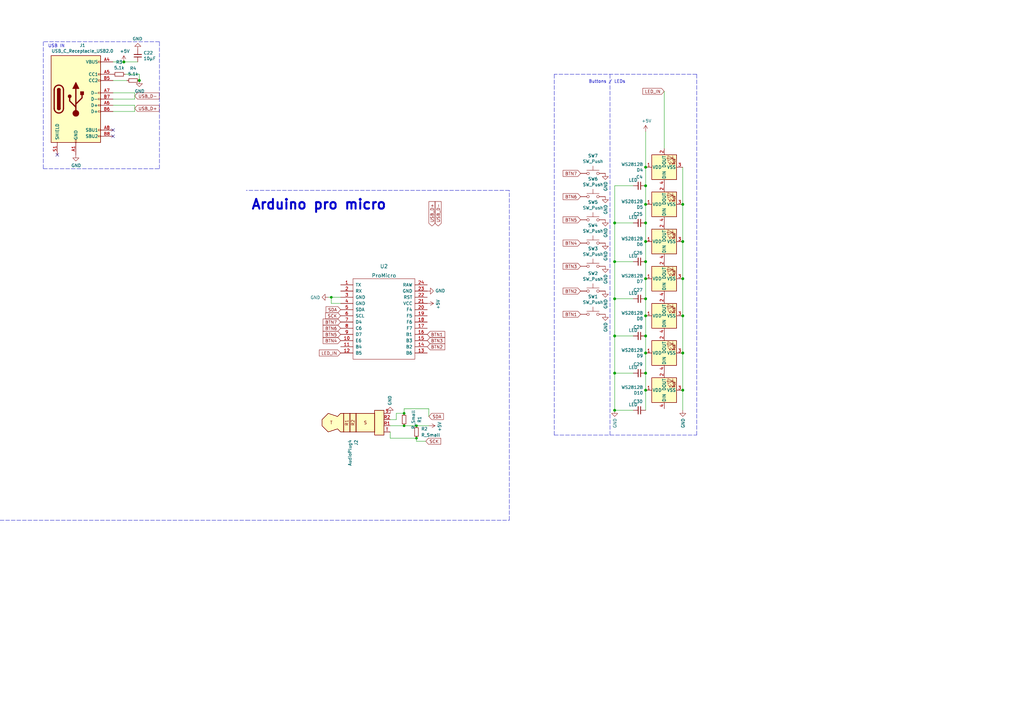
<source format=kicad_sch>
(kicad_sch (version 20211123) (generator eeschema)
  (paper "A3")
  (lib_symbols
    (symbol "Connector:AudioPlug4"
      (property "Reference" "J" (at 10.16 5.08 0))
      (property "Value" "AudioPlug4" (at 11.43 -7.62 0))
      (symbol "AudioPlug4_0_0"
        (text "R1" (at -2.54 -1.27 900) (effects (font (size 1.27 1.27))))
        (text "R2" (at 0 -1.27 900) (effects (font (size 1.27 1.27))))
        (text "S" (at 5.08 -1.27 0) (effects (font (size 1.27 1.27))))
        (text "T" (at -8.89 -1.27 0) (effects (font (size 1.27 1.27))))
      )
      (symbol "AudioPlug4_0_1"
        (rectangle (start -1.27 2.54) (end -3.81 -5.08) (stroke (width 0.254)) (fill (type background)))
        (polyline (pts (xy -3.81 2.54) (xy -5.08 2.54) (xy -6.35 1.27) (xy -10.16 2.54) (xy -12.7 0) (xy -12.7 -2.54) (xy -10.16 -5.08) (xy -6.35 -3.81) (xy -5.08 -5.08) (xy -3.81 -5.08) (xy -3.81 2.54)) (stroke (width 0.254)) (fill (type background)))
        (rectangle (start 1.27 2.54) (end -1.27 -5.08) (stroke (width 0.254)) (fill (type background)))
        (rectangle (start 1.27 2.54) (end 8.89 -5.08) (stroke (width 0.254)) (fill (type background)))
        (rectangle (start 12.7 3.81) (end 8.89 -6.35) (stroke (width 0.254)) (fill (type background)))
      )
      (symbol "AudioPlug4_1_1"
        (pin passive line (at 15.24 -2.54 180) (length 2.54) (name "~") (number "R1"))
        (pin passive line (at 15.24 0 180) (length 2.54) (name "~") (number "R2"))
        (pin passive line (at 15.24 2.54 180) (length 2.54) (name "~") (number "S"))
        (pin passive line (at 15.24 -5.08 180) (length 2.54) (name "~") (number "T"))
      )
    )
    (symbol "Device:C_Small" (pin_numbers hide) (pin_names (offset 0.254) hide)
      (property "Reference" "C" (at 0.254 1.778 0))
      (property "Value" "C_Small" (at 0.254 -2.032 0))
      (symbol "C_Small_0_1"
        (polyline (pts (xy -1.524 -0.508) (xy 1.524 -0.508)) (stroke (width 0.3302)))
        (polyline (pts (xy -1.524 0.508) (xy 1.524 0.508)) (stroke (width 0.3048)))
      )
      (symbol "C_Small_1_1"
        (pin passive line (at 0 2.54 270) (length 2.032) (name "~") (number "1"))
        (pin passive line (at 0 -2.54 90) (length 2.032) (name "~") (number "2"))
      )
    )
    (symbol "Device:R_Small" (pin_numbers hide) (pin_names (offset 0.254) hide)
      (property "Reference" "R" (at 0.762 0.508 0))
      (property "Value" "R_Small" (at 0.762 -1.016 0))
      (symbol "R_Small_0_1"
        (rectangle (start -0.762 1.778) (end 0.762 -1.778) (stroke (width 0.2032)))
      )
      (symbol "R_Small_1_1"
        (pin passive line (at 0 2.54 270) (length 0.762) (name "~") (number "1"))
        (pin passive line (at 0 -2.54 90) (length 0.762) (name "~") (number "2"))
      )
    )
    (symbol "LED:WS2812B" (pin_names (offset 0.254))
      (property "Reference" "D" (at 5.08 5.715 0))
      (property "Value" "WS2812B" (at 1.27 -5.715 0))
      (symbol "WS2812B_0_0"
        (text "RGB" (at 2.286 -4.191 0) (effects (font (size 0.762 0.762))))
      )
      (symbol "WS2812B_0_1"
        (polyline (pts (xy 1.27 -3.556) (xy 1.778 -3.556)))
        (polyline (pts (xy 1.27 -2.54) (xy 1.778 -2.54)))
        (polyline (pts (xy 4.699 -3.556) (xy 2.667 -3.556)))
        (polyline (pts (xy 2.286 -2.54) (xy 1.27 -3.556) (xy 1.27 -3.048)))
        (polyline (pts (xy 2.286 -1.524) (xy 1.27 -2.54) (xy 1.27 -2.032)))
        (polyline (pts (xy 3.683 -1.016) (xy 3.683 -3.556) (xy 3.683 -4.064)))
        (polyline (pts (xy 4.699 -1.524) (xy 2.667 -1.524) (xy 3.683 -3.556) (xy 4.699 -1.524)))
        (rectangle (start 5.08 5.08) (end -5.08 -5.08) (stroke (width 0.254)) (fill (type background)))
      )
      (symbol "WS2812B_1_1"
        (pin power_in line (at 0 7.62 270) (length 2.54) (name "VDD") (number "1"))
        (pin output line (at 7.62 0 180) (length 2.54) (name "DOUT") (number "2"))
        (pin power_in line (at 0 -7.62 90) (length 2.54) (name "VSS") (number "3"))
        (pin input line (at -7.62 0 0) (length 2.54) (name "DIN") (number "4"))
      )
    )
    (symbol "MyLib:USB_C_Receptacle_USB2.0" (pin_names (offset 1.016))
      (property "Reference" "J" (at -10.16 19.05 0))
      (property "Value" "USB_C_Receptacle_USB2.0" (at 19.05 19.05 0))
      (symbol "USB_C_Receptacle_USB2.0_0_0"
        (rectangle (start -0.254 -17.78) (end 0.254 -16.764))
        (rectangle (start 10.16 -14.986) (end 9.144 -15.494))
        (rectangle (start 10.16 -12.446) (end 9.144 -12.954))
        (rectangle (start 10.16 -4.826) (end 9.144 -5.334))
        (rectangle (start 10.16 -2.286) (end 9.144 -2.794))
        (rectangle (start 10.16 0.254) (end 9.144 -0.254))
        (rectangle (start 10.16 2.794) (end 9.144 2.286))
        (rectangle (start 10.16 7.874) (end 9.144 7.366))
        (rectangle (start 10.16 10.414) (end 9.144 9.906))
        (rectangle (start 10.16 15.494) (end 9.144 14.986))
      )
      (symbol "USB_C_Receptacle_USB2.0_0_1"
        (rectangle (start -10.16 17.78) (end 10.16 -17.78) (stroke (width 0.254)) (fill (type background)))
        (arc (start -8.89 -3.81) (mid -6.985 -5.715) (end -5.08 -3.81) (stroke (width 0.508)))
        (arc (start -7.62 -3.81) (mid -6.985 -4.445) (end -6.35 -3.81) (stroke (width 0.254)))
        (arc (start -7.62 -3.81) (mid -6.985 -4.445) (end -6.35 -3.81) (stroke (width 0.254)) (fill (type outline)))
        (rectangle (start -7.62 -3.81) (end -6.35 3.81) (stroke (width 0.254)) (fill (type outline)))
        (arc (start -6.35 3.81) (mid -6.985 4.445) (end -7.62 3.81) (stroke (width 0.254)))
        (arc (start -6.35 3.81) (mid -6.985 4.445) (end -7.62 3.81) (stroke (width 0.254)) (fill (type outline)))
        (arc (start -5.08 3.81) (mid -6.985 5.715) (end -8.89 3.81) (stroke (width 0.508)))
        (circle (center -2.54 1.143) (radius 0.635) (stroke (width 0.254)) (fill (type outline)))
        (circle (center 0 -5.842) (radius 1.27) (fill (type outline)))
        (polyline (pts (xy -8.89 -3.81) (xy -8.89 3.81)) (stroke (width 0.508)))
        (polyline (pts (xy -5.08 3.81) (xy -5.08 -3.81)) (stroke (width 0.508)))
        (polyline (pts (xy 0 -5.842) (xy 0 4.318)) (stroke (width 0.508)))
        (polyline (pts (xy 0 -3.302) (xy -2.54 -0.762) (xy -2.54 0.508)) (stroke (width 0.508)))
        (polyline (pts (xy 0 -2.032) (xy 2.54 0.508) (xy 2.54 1.778)) (stroke (width 0.508)))
        (polyline (pts (xy -1.27 4.318) (xy 0 6.858) (xy 1.27 4.318) (xy -1.27 4.318)) (stroke (width 0.254)) (fill (type outline)))
        (rectangle (start 1.905 1.778) (end 3.175 3.048) (stroke (width 0.254)) (fill (type outline)))
      )
      (symbol "USB_C_Receptacle_USB2.0_1_1"
        (pin power_out line (at 0 -22.86 90) (length 5.08) (name "GND") (number "A1"))
        (pin power_out line (at 15.24 15.24 180) (length 5.08) (name "VBUS") (number "A4"))
        (pin bidirectional line (at 15.24 10.16 180) (length 5.08) (name "CC1") (number "A5"))
        (pin bidirectional line (at 15.24 -2.54 180) (length 5.08) (name "D+") (number "A6"))
        (pin bidirectional line (at 15.24 2.54 180) (length 5.08) (name "D-") (number "A7"))
        (pin bidirectional line (at 15.24 -12.7 180) (length 5.08) (name "SBU1") (number "A8"))
        (pin bidirectional line (at 15.24 7.62 180) (length 5.08) (name "CC2") (number "B5"))
        (pin bidirectional line (at 15.24 -5.08 180) (length 5.08) (name "D+") (number "B6"))
        (pin bidirectional line (at 15.24 0 180) (length 5.08) (name "D-") (number "B7"))
        (pin bidirectional line (at 15.24 -15.24 180) (length 5.08) (name "SBU2") (number "B8"))
        (pin passive line (at -7.62 -22.86 90) (length 5.08) (name "SHIELD") (number "S1"))
      )
    )
    (symbol "Switch:SW_Push" (pin_numbers hide) (pin_names (offset 1.016) hide)
      (property "Reference" "SW" (at 1.27 2.54 0))
      (property "Value" "SW_Push" (at 0 -1.524 0))
      (symbol "SW_Push_0_1"
        (circle (center -2.032 0) (radius 0.508))
        (polyline (pts (xy 0 1.27) (xy 0 3.048)))
        (polyline (pts (xy 2.54 1.27) (xy -2.54 1.27)))
        (circle (center 2.032 0) (radius 0.508))
        (pin passive line (at -5.08 0 0) (length 2.54) (name "1") (number "1"))
        (pin passive line (at 5.08 0 180) (length 2.54) (name "2") (number "2"))
      )
    )
    (symbol "power:+5V" (power) (pin_names (offset 0))
      (property "Value" "+5V" (at 0 3.556 0))
      (symbol "+5V_0_1"
        (polyline (pts (xy -0.762 1.27) (xy 0 2.54)))
        (polyline (pts (xy 0 0) (xy 0 2.54)))
        (polyline (pts (xy 0 2.54) (xy 0.762 1.27)))
      )
      (symbol "+5V_1_1"
        (pin power_in line (at 0 0 90) (length 0) hide (name "+5V") (number "1"))
      )
    )
    (symbol "power:GND" (power) (pin_names (offset 0))
      (property "Value" "GND" (at 0 -3.81 0))
      (symbol "GND_0_1"
        (polyline (pts (xy 0 0) (xy 0 -1.27) (xy 1.27 -1.27) (xy 0 -2.54) (xy -1.27 -1.27) (xy 0 -1.27)))
      )
      (symbol "GND_1_1"
        (pin power_in line (at 0 0 270) (length 0) hide (name "GND") (number "1"))
      )
    )
    (symbol "promicro:ProMicro" (pin_names (offset 1.016))
      (property "Reference" "U" (at 0 24.13 0))
      (property "Value" "ProMicro" (at 0 -13.97 0))
      (symbol "ProMicro_0_1"
        (rectangle (start -12.7 21.59) (end 12.7 -11.43))
      )
      (symbol "ProMicro_1_1"
        (pin bidirectional line (at -17.78 19.05 0) (length 5.08) (name "TX") (number "1"))
        (pin bidirectional line (at -17.78 -3.81 0) (length 5.08) (name "E6") (number "10"))
        (pin bidirectional line (at -17.78 -6.35 0) (length 5.08) (name "B4") (number "11"))
        (pin bidirectional line (at -17.78 -8.89 0) (length 5.08) (name "B5") (number "12"))
        (pin bidirectional line (at 17.78 -8.89 180) (length 5.08) (name "B6") (number "13"))
        (pin bidirectional line (at 17.78 -6.35 180) (length 5.08) (name "B2") (number "14"))
        (pin bidirectional line (at 17.78 -3.81 180) (length 5.08) (name "B3") (number "15"))
        (pin bidirectional line (at 17.78 -1.27 180) (length 5.08) (name "B1") (number "16"))
        (pin bidirectional line (at 17.78 1.27 180) (length 5.08) (name "F7") (number "17"))
        (pin bidirectional line (at 17.78 3.81 180) (length 5.08) (name "F6") (number "18"))
        (pin bidirectional line (at 17.78 6.35 180) (length 5.08) (name "F5") (number "19"))
        (pin bidirectional line (at -17.78 16.51 0) (length 5.08) (name "RX") (number "2"))
        (pin bidirectional line (at 17.78 8.89 180) (length 5.08) (name "F4") (number "20"))
        (pin power_in line (at 17.78 11.43 180) (length 5.08) (name "VCC") (number "21"))
        (pin input line (at 17.78 13.97 180) (length 5.08) (name "RST") (number "22"))
        (pin power_in line (at 17.78 16.51 180) (length 5.08) (name "GND") (number "23"))
        (pin power_out line (at 17.78 19.05 180) (length 5.08) (name "RAW") (number "24"))
        (pin power_in line (at -17.78 13.97 0) (length 5.08) (name "GND") (number "3"))
        (pin power_in line (at -17.78 11.43 0) (length 5.08) (name "GND") (number "4"))
        (pin bidirectional line (at -17.78 8.89 0) (length 5.08) (name "SDA") (number "5"))
        (pin bidirectional line (at -17.78 6.35 0) (length 5.08) (name "SCL") (number "6"))
        (pin bidirectional line (at -17.78 3.81 0) (length 5.08) (name "D4") (number "7"))
        (pin bidirectional line (at -17.78 1.27 0) (length 5.08) (name "C6") (number "8"))
        (pin bidirectional line (at -17.78 -1.27 0) (length 5.08) (name "D7") (number "9"))
      )
    )
  )
  (junction (at 135.89 121.92))
  (junction (at 50.8 25.4) (diameter 1.016))
  (junction (at 264.795 83.82) (diameter 1.016))
  (junction (at 252.095 153.035) (diameter 1.016))
  (junction (at 165.735 174.625))
  (junction (at 264.795 122.555) (diameter 1.016))
  (junction (at 280.035 129.54) (diameter 1.016))
  (junction (at 280.035 160.02) (diameter 1.016))
  (junction (at 252.095 91.44) (diameter 1.016))
  (junction (at 252.095 137.795) (diameter 1.016))
  (junction (at 264.795 76.2) (diameter 1.016))
  (junction (at 264.795 129.54) (diameter 1.016))
  (junction (at 264.795 68.58) (diameter 1.016))
  (junction (at 57.15 33.02) (diameter 1.016))
  (junction (at 170.815 174.625))
  (junction (at 264.795 160.02) (diameter 1.016))
  (junction (at 280.035 99.06) (diameter 1.016))
  (junction (at 264.795 153.035) (diameter 1.016))
  (junction (at 264.795 144.78) (diameter 1.016))
  (junction (at 165.735 169.545))
  (junction (at 280.035 114.3) (diameter 1.016))
  (junction (at 280.035 83.82) (diameter 1.016))
  (junction (at 264.795 99.06) (diameter 1.016))
  (junction (at 252.095 168.275) (diameter 1.016))
  (junction (at 264.795 114.3) (diameter 1.016))
  (junction (at 252.095 122.555) (diameter 1.016))
  (junction (at 264.795 107.315) (diameter 1.016))
  (junction (at 170.815 179.705))
  (junction (at 264.795 137.795) (diameter 1.016))
  (junction (at 252.095 107.315) (diameter 1.016))
  (junction (at 264.795 91.44) (diameter 1.016))
  (junction (at 280.035 144.78) (diameter 1.016))
  (no_connect (at 23.495 63.5))
  (no_connect (at 46.355 53.34))
  (no_connect (at 46.355 55.88))
  (polyline (pts (xy 250.19 30.48) (xy 250.19 178.435)) (stroke (width 0) (type dash)))
  (wire (pts (xy 259.715 122.555) (xy 252.095 122.555)))
  (wire (pts (xy 46.355 43.18) (xy 55.245 43.18)))
  (wire (pts (xy 55.245 43.18) (xy 55.245 45.72)))
  (wire (pts (xy 252.095 168.275) (xy 259.715 168.275)))
  (wire (pts (xy 46.355 40.64) (xy 55.245 40.64)))
  (wire (pts (xy 280.035 114.3) (xy 280.035 129.54)))
  (wire (pts (xy 259.715 91.44) (xy 252.095 91.44)))
  (wire (pts (xy 280.035 99.06) (xy 280.035 114.3)))
  (wire (pts (xy 280.035 160.02) (xy 280.035 168.275)))
  (wire (pts (xy 55.245 38.1) (xy 55.245 40.64)))
  (wire (pts (xy 252.095 91.44) (xy 252.095 76.2)))
  (wire (pts (xy 252.095 107.315) (xy 252.095 91.44)))
  (wire (pts (xy 252.095 122.555) (xy 252.095 107.315)))
  (wire (pts (xy 252.095 137.795) (xy 252.095 122.555)))
  (wire (pts (xy 252.095 153.035) (xy 252.095 137.795)))
  (wire (pts (xy 259.715 153.035) (xy 252.095 153.035)))
  (wire (pts (xy 160.02 174.625) (xy 165.735 174.625)))
  (wire (pts (xy 264.795 129.54) (xy 264.795 137.795)))
  (wire (pts (xy 264.795 137.795) (xy 264.795 144.78)))
  (polyline (pts (xy 65.405 17.145) (xy 17.78 17.145)) (stroke (width 0) (type dash)))
  (wire (pts (xy 252.095 153.035) (xy 252.095 168.275)))
  (wire (pts (xy 162.56 172.085) (xy 162.56 169.545)))
  (polyline (pts (xy -34.29 213.36) (xy 100.965 213.36)) (stroke (width 0) (type dash)))
  (polyline (pts (xy 100.965 213.36) (xy 208.915 213.36)) (stroke (width 0) (type dash)))
  (polyline (pts (xy 208.915 78.105) (xy 100.965 78.105)) (stroke (width 0) (type dash)))
  (polyline (pts (xy 208.915 213.36) (xy 208.915 78.105)) (stroke (width 0) (type dash)))
  (wire (pts (xy 162.56 169.545) (xy 165.735 169.545)))
  (polyline (pts (xy 65.405 69.215) (xy 65.405 17.145)) (stroke (width 0) (type dash)))
  (wire (pts (xy 134.62 121.92) (xy 135.89 121.92)))
  (wire (pts (xy 280.035 68.58) (xy 280.035 83.82)))
  (wire (pts (xy 165.735 167.64) (xy 165.735 169.545)))
  (wire (pts (xy 160.02 179.705) (xy 160.02 177.165)))
  (wire (pts (xy 57.15 30.48) (xy 57.15 33.02)))
  (wire (pts (xy 264.795 144.78) (xy 264.795 153.035)))
  (wire (pts (xy 264.795 153.035) (xy 264.795 160.02)))
  (polyline (pts (xy 17.78 17.145) (xy 17.78 69.215)) (stroke (width 0) (type dash)))
  (wire (pts (xy 280.035 144.78) (xy 280.035 160.02)))
  (wire (pts (xy 259.715 76.2) (xy 252.095 76.2)))
  (wire (pts (xy 264.795 53.975) (xy 264.795 68.58)))
  (wire (pts (xy 264.795 68.58) (xy 264.795 76.2)))
  (wire (pts (xy 264.795 76.2) (xy 264.795 83.82)))
  (wire (pts (xy 135.89 121.92) (xy 139.7 121.92)))
  (wire (pts (xy 264.795 83.82) (xy 264.795 91.44)))
  (wire (pts (xy 264.795 91.44) (xy 264.795 99.06)))
  (wire (pts (xy 46.355 45.72) (xy 55.245 45.72)))
  (wire (pts (xy 272.415 37.465) (xy 272.415 60.96)))
  (wire (pts (xy 46.355 25.4) (xy 50.8 25.4)))
  (wire (pts (xy 264.795 99.06) (xy 264.795 107.315)))
  (wire (pts (xy 264.795 107.315) (xy 264.795 114.3)))
  (wire (pts (xy 264.795 114.3) (xy 264.795 122.555)))
  (wire (pts (xy 264.795 122.555) (xy 264.795 129.54)))
  (wire (pts (xy 170.815 174.625) (xy 175.895 174.625)))
  (wire (pts (xy 280.035 129.54) (xy 280.035 144.78)))
  (wire (pts (xy 280.035 83.82) (xy 280.035 99.06)))
  (polyline (pts (xy 227.33 30.48) (xy 227.33 178.435)) (stroke (width 0) (type dash)))
  (polyline (pts (xy 227.33 178.435) (xy 285.75 178.435)) (stroke (width 0) (type dash)))
  (polyline (pts (xy 285.75 30.48) (xy 227.33 30.48)) (stroke (width 0) (type dash)))
  (polyline (pts (xy 285.75 178.435) (xy 285.75 30.48)) (stroke (width 0) (type dash)))
  (wire (pts (xy 259.715 107.315) (xy 252.095 107.315)))
  (wire (pts (xy 259.715 137.795) (xy 252.095 137.795)))
  (wire (pts (xy 165.735 174.625) (xy 170.815 174.625)))
  (wire (pts (xy 175.895 167.64) (xy 165.735 167.64)))
  (wire (pts (xy 51.435 30.48) (xy 57.15 30.48)))
  (wire (pts (xy 135.89 124.46) (xy 135.89 121.92)))
  (polyline (pts (xy 17.78 69.215) (xy 65.405 69.215)) (stroke (width 0) (type dash)))
  (wire (pts (xy 139.7 124.46) (xy 135.89 124.46)))
  (wire (pts (xy 170.815 180.975) (xy 170.815 179.705)))
  (wire (pts (xy 160.02 172.085) (xy 162.56 172.085)))
  (wire (pts (xy 50.8 25.4) (xy 56.515 25.4)))
  (wire (pts (xy 46.355 38.1) (xy 55.245 38.1)))
  (wire (pts (xy 174.625 180.975) (xy 170.815 180.975)))
  (wire (pts (xy 46.355 33.02) (xy 52.07 33.02)))
  (wire (pts (xy 175.895 170.815) (xy 175.895 167.64)))
  (wire (pts (xy 170.815 179.705) (xy 160.02 179.705)))
  (wire (pts (xy 264.795 160.02) (xy 264.795 168.275)))
  (text "USB IN" (at 19.685 19.685 0) (effects (font (size 1.27 1.27)) (justify left bottom)))
  (text "Buttons / LEDs" (at 256.54 34.29 180) (effects (font (size 1.27 1.27)) (justify right bottom)))
  (text "Arduino pro micro" (at 158.75 86.36 180) (effects (font (size 4 4) (thickness 0.8) bold) (justify right bottom)))
  (global_label "BTN1" (shape input) (at 175.26 137.16 0) (property "Intersheet References" "${INTERSHEET_REFS}" (effects hide)))
  (global_label "SDA" (shape input) (at 139.7 127 180) (property "Intersheet References" "${INTERSHEET_REFS}" (effects hide)))
  (global_label "USB_D-" (shape input) (at 55.245 39.37 0) (property "Intersheet References" "${INTERSHEET_REFS}" (effects hide)))
  (global_label "BTN6" (shape input) (at 238.125 80.645 180) (property "Intersheet References" "${INTERSHEET_REFS}" (effects hide)))
  (global_label "USB_D+" (shape input) (at 177.165 92.71 90) (property "Intersheet References" "${INTERSHEET_REFS}" (effects hide)))
  (global_label "LED_IN" (shape input) (at 272.415 37.465 180) (property "Intersheet References" "${INTERSHEET_REFS}" (effects hide)))
  (global_label "BTN3" (shape input) (at 175.26 139.7 0) (property "Intersheet References" "${INTERSHEET_REFS}" (effects hide)))
  (global_label "USB_D-" (shape input) (at 179.705 92.71 90) (property "Intersheet References" "${INTERSHEET_REFS}" (effects hide)))
  (global_label "BTN7" (shape input) (at 238.125 71.12 180) (property "Intersheet References" "${INTERSHEET_REFS}" (effects hide)))
  (global_label "SCK" (shape input) (at 139.7 129.54 180) (property "Intersheet References" "${INTERSHEET_REFS}" (effects hide)))
  (global_label "BTN5" (shape input) (at 139.7 137.16 180) (property "Intersheet References" "${INTERSHEET_REFS}" (effects hide)))
  (global_label "BTN7" (shape input) (at 139.7 132.08 180) (property "Intersheet References" "${INTERSHEET_REFS}" (effects hide)))
  (global_label "BTN1" (shape input) (at 238.125 128.905 180) (property "Intersheet References" "${INTERSHEET_REFS}" (effects hide)))
  (global_label "BTN4" (shape input) (at 238.125 99.695 180) (property "Intersheet References" "${INTERSHEET_REFS}" (effects hide)))
  (global_label "BTN2" (shape input) (at 175.26 142.24 0) (property "Intersheet References" "${INTERSHEET_REFS}" (effects hide)))
  (global_label "BTN4" (shape input) (at 139.7 139.7 180) (property "Intersheet References" "${INTERSHEET_REFS}" (effects hide)))
  (global_label "USB_D+" (shape input) (at 55.245 44.45 0) (property "Intersheet References" "${INTERSHEET_REFS}" (effects hide)))
  (global_label "BTN6" (shape input) (at 139.7 134.62 180) (property "Intersheet References" "${INTERSHEET_REFS}" (effects hide)))
  (global_label "LED_IN" (shape input) (at 139.7 144.78 180) (property "Intersheet References" "${INTERSHEET_REFS}" (effects hide)))
  (global_label "BTN5" (shape input) (at 238.125 90.17 180) (property "Intersheet References" "${INTERSHEET_REFS}" (effects hide)))
  (global_label "BTN3" (shape input) (at 238.125 109.22 180) (property "Intersheet References" "${INTERSHEET_REFS}" (effects hide)))
  (global_label "BTN2" (shape input) (at 238.125 119.38 180) (property "Intersheet References" "${INTERSHEET_REFS}" (effects hide)))
  (global_label "SDA" (shape input) (at 175.895 170.815 0) (property "Intersheet References" "${INTERSHEET_REFS}" (effects hide)))
  (global_label "SCK" (shape input) (at 174.625 180.975 0) (property "Intersheet References" "${INTERSHEET_REFS}" (effects hide)))
  (symbol (lib_id "MyLib:USB_C_Receptacle_USB2.0") (at 31.115 40.64 0) (unit 1)
    (property "Reference" "J1" (at 33.8328 18.6182 0))
    (property "Value" "USB_C_Receptacle_USB2.0" (at 33.8328 20.9296 0))
    (property "Footprint" "SamacSys_Parts:SS52400002" (effects hide))
    (property "Datasheet" "https://www.usb.org/sites/default/files/documents/usb_type-c.zip" (effects hide))
  )
  (symbol (lib_id "Device:C_Small") (at 56.515 22.86 180) (unit 1)
    (property "Reference" "C22" (at 58.8518 21.6916 0) (effects (justify right)))
    (property "Value" "10µF" (at 58.8518 24.003 0) (effects (justify right)))
    (property "Footprint" "Capacitor_SMD:C_0805_2012Metric_Pad1.18x1.45mm_HandSolder" (effects hide))
  )
  (symbol (lib_id "power:GND") (at 56.515 20.32 180) (unit 1)
    (property "Reference" "#PWR08" (effects hide))
    (property "Value" "GND" (at 56.388 15.9258 0))
  )
  (symbol (lib_id "power:+5V") (at 50.8 25.4 0) (unit 1)
    (property "Reference" "#PWR07" (effects hide))
    (property "Value" "+5V" (at 51.181 21.0058 0))
  )
  (symbol (lib_id "power:GND") (at 31.115 63.5 0) (unit 1)
    (property "Reference" "#PWR03" (effects hide))
    (property "Value" "GND" (at 31.242 67.8942 0))
  )
  (symbol (lib_id "Device:R_Small") (at 48.895 30.48 90) (unit 1)
    (property "Reference" "R3" (at 48.895 25.5016 90))
    (property "Value" "5.1k" (at 48.895 27.813 90))
    (property "Footprint" "Resistor_SMD:R_0603_1608Metric_Pad0.98x0.95mm_HandSolder" (effects hide))
  )
  (symbol (lib_id "Device:R_Small") (at 54.61 33.02 90) (unit 1)
    (property "Reference" "R4" (at 54.61 28.0416 90))
    (property "Value" "5.1k" (at 54.61 30.353 90))
    (property "Footprint" "Resistor_SMD:R_0603_1608Metric_Pad0.98x0.95mm_HandSolder" (effects hide))
  )
  (symbol (lib_id "power:GND") (at 57.15 33.02 0) (unit 1)
    (property "Reference" "#PWR09" (effects hide))
    (property "Value" "GND" (at 57.277 37.4142 0))
  )
  (symbol (lib_id "Switch:SW_Push") (at 243.205 90.17 0) (unit 1)
    (property "Reference" "SW5" (at 243.205 82.931 0))
    (property "Value" "SW_Push" (at 243.205 85.2424 0))
    (property "Footprint" "schematic:SW_PG1350" (effects hide))
  )
  (symbol (lib_id "Switch:SW_Push") (at 243.205 99.695 0) (unit 1)
    (property "Reference" "SW4" (at 243.205 92.456 0))
    (property "Value" "SW_Push" (at 243.205 94.7674 0))
    (property "Footprint" "schematic:SW_PG1350" (effects hide))
  )
  (symbol (lib_id "Switch:SW_Push") (at 243.205 109.22 0) (unit 1)
    (property "Reference" "SW3" (at 243.205 101.981 0))
    (property "Value" "SW_Push" (at 243.205 104.2924 0))
    (property "Footprint" "schematic:SW_PG1350" (effects hide))
  )
  (symbol (lib_id "Switch:SW_Push") (at 243.205 119.38 0) (unit 1)
    (property "Reference" "SW2" (at 243.205 112.141 0))
    (property "Value" "SW_Push" (at 243.205 114.4524 0))
    (property "Footprint" "schematic:SW_PG1350" (effects hide))
  )
  (symbol (lib_id "Switch:SW_Push") (at 243.205 128.905 0) (unit 1)
    (property "Reference" "SW1" (at 243.205 121.666 0))
    (property "Value" "SW_Push" (at 243.205 123.9774 0))
    (property "Footprint" "schematic:SW_PG1350" (effects hide))
  )
  (symbol (lib_id "LED:WS2812B") (at 272.415 114.3 90) (unit 1)
    (property "Reference" "D7" (at 263.7789 115.4494 90) (effects (justify left)))
    (property "Value" "WS2812B" (at 263.7789 113.1507 90) (effects (justify left)))
    (property "Footprint" "LED_SMD:LED_WS2812B_PLCC4_2.2x2.2mm" (effects hide))
    (property "Datasheet" "https://cdn-shop.adafruit.com/datasheets/WS2812B.pdf" (effects hide))
  )
  (symbol (lib_id "power:+5V") (at 175.26 124.46 270) (unit 1)
    (property "Reference" "#PWR0111" (effects hide))
    (property "Value" "+5V" (at 179.6542 124.841 0))
  )
  (symbol (lib_id "power:GND") (at 252.095 168.275 0) (unit 1)
    (property "Reference" "#PWR0108" (effects hide))
    (property "Value" "GND" (at 252.222 171.5262 90) (effects (justify right)))
  )
  (symbol (lib_id "Device:C_Small") (at 262.255 137.795 270) (unit 1)
    (property "Reference" "C28" (at 263.627 134.188 90) (effects (justify right)))
    (property "Value" "LED" (at 261.493 135.458 90) (effects (justify right)))
    (property "Footprint" "Capacitor_SMD:C_0603_1608Metric_Pad1.08x0.95mm_HandSolder" (effects hide))
  )
  (symbol (lib_id "Device:C_Small") (at 262.255 153.035 270) (unit 1)
    (property "Reference" "C29" (at 263.627 149.428 90) (effects (justify right)))
    (property "Value" "LED" (at 261.493 150.698 90) (effects (justify right)))
    (property "Footprint" "Capacitor_SMD:C_0603_1608Metric_Pad1.08x0.95mm_HandSolder" (effects hide))
  )
  (symbol (lib_id "LED:WS2812B") (at 272.415 129.54 90) (unit 1)
    (property "Reference" "D8" (at 263.7789 130.6894 90) (effects (justify left)))
    (property "Value" "WS2812B" (at 263.7789 128.3907 90) (effects (justify left)))
    (property "Footprint" "LED_SMD:LED_WS2812B_PLCC4_2.2x2.2mm" (effects hide))
    (property "Datasheet" "https://cdn-shop.adafruit.com/datasheets/WS2812B.pdf" (effects hide))
  )
  (symbol (lib_id "power:GND") (at 248.285 71.12 0) (unit 1)
    (property "Reference" "#PWR0104" (effects hide))
    (property "Value" "GND" (at 248.412 74.3712 90) (effects (justify right)))
  )
  (symbol (lib_id "power:+5V") (at 175.895 174.625 270) (unit 1)
    (property "Reference" "#PWR0113" (effects hide))
    (property "Value" "+5V" (at 180.2892 175.006 0))
  )
  (symbol (lib_id "Device:C_Small") (at 262.255 107.315 270) (unit 1)
    (property "Reference" "C26" (at 263.627 103.708 90) (effects (justify right)))
    (property "Value" "LED" (at 261.493 104.978 90) (effects (justify right)))
    (property "Footprint" "Capacitor_SMD:C_0603_1608Metric_Pad1.08x0.95mm_HandSolder" (effects hide))
  )
  (symbol (lib_id "power:GND") (at 248.285 99.695 0) (unit 1)
    (property "Reference" "#PWR0106" (effects hide))
    (property "Value" "GND" (at 248.412 102.9462 90) (effects (justify right)))
  )
  (symbol (lib_id "Device:C_Small") (at 262.255 76.2 270) (unit 1)
    (property "Reference" "C4" (at 263.627 72.593 90) (effects (justify right)))
    (property "Value" "LED" (at 261.493 73.863 90) (effects (justify right)))
    (property "Footprint" "Capacitor_SMD:C_0603_1608Metric_Pad1.08x0.95mm_HandSolder" (effects hide))
  )
  (symbol (lib_id "power:GND") (at 175.26 119.38 90) (unit 1)
    (property "Reference" "#PWR0110" (effects hide))
    (property "Value" "GND" (at 178.5112 119.253 90) (effects (justify right)))
  )
  (symbol (lib_id "LED:WS2812B") (at 272.415 99.06 90) (unit 1)
    (property "Reference" "D6" (at 263.7789 100.2094 90) (effects (justify left)))
    (property "Value" "WS2812B" (at 263.7789 97.9107 90) (effects (justify left)))
    (property "Footprint" "LED_SMD:LED_WS2812B_PLCC4_2.2x2.2mm" (effects hide))
    (property "Datasheet" "https://cdn-shop.adafruit.com/datasheets/WS2812B.pdf" (effects hide))
  )
  (symbol (lib_id "Device:R_Small") (at 165.735 172.085 180) (unit 1)
    (property "Reference" "R1" (at 172.085 172.085 90))
    (property "Value" "R_Small" (at 169.545 172.085 90))
    (property "Footprint" "Resistor_SMD:R_0603_1608Metric_Pad0.98x0.95mm_HandSolder" (effects hide))
  )
  (symbol (lib_id "power:GND") (at 248.285 80.645 0) (unit 1)
    (property "Reference" "#PWR0102" (effects hide))
    (property "Value" "GND" (at 248.412 83.8962 90) (effects (justify right)))
  )
  (symbol (lib_id "power:GND") (at 248.285 109.22 0) (unit 1)
    (property "Reference" "#PWR0105" (effects hide))
    (property "Value" "GND" (at 248.412 112.4712 90) (effects (justify right)))
  )
  (symbol (lib_id "Device:C_Small") (at 262.255 91.44 270) (unit 1)
    (property "Reference" "C25" (at 263.627 87.833 90) (effects (justify right)))
    (property "Value" "LED" (at 261.493 89.103 90) (effects (justify right)))
    (property "Footprint" "Capacitor_SMD:C_0603_1608Metric_Pad1.08x0.95mm_HandSolder" (effects hide))
  )
  (symbol (lib_id "power:GND") (at 248.285 128.905 0) (unit 1)
    (property "Reference" "#PWR030" (effects hide))
    (property "Value" "GND" (at 248.412 132.1562 90) (effects (justify right)))
  )
  (symbol (lib_id "power:GND") (at 248.285 119.38 0) (unit 1)
    (property "Reference" "#PWR0107" (effects hide))
    (property "Value" "GND" (at 248.412 122.6312 90) (effects (justify right)))
  )
  (symbol (lib_id "power:GND") (at 134.62 121.92 270) (unit 1)
    (property "Reference" "#PWR0123" (effects hide))
    (property "Value" "GND" (at 131.3688 122.047 90) (effects (justify right)))
  )
  (symbol (lib_id "power:GND") (at 160.02 169.545 180) (unit 1)
    (property "Reference" "#PWR0112" (effects hide))
    (property "Value" "GND" (at 159.893 166.2938 90) (effects (justify right)))
  )
  (symbol (lib_id "Switch:SW_Push") (at 243.205 80.645 0) (unit 1)
    (property "Reference" "SW6" (at 243.205 73.406 0))
    (property "Value" "SW_Push" (at 243.205 75.7174 0))
    (property "Footprint" "schematic:SW_PG1350" (effects hide))
  )
  (symbol (lib_id "Device:C_Small") (at 262.255 122.555 270) (unit 1)
    (property "Reference" "C27" (at 263.627 118.948 90) (effects (justify right)))
    (property "Value" "LED" (at 261.493 120.218 90) (effects (justify right)))
    (property "Footprint" "Capacitor_SMD:C_0603_1608Metric_Pad1.08x0.95mm_HandSolder" (effects hide))
  )
  (symbol (lib_id "LED:WS2812B") (at 272.415 144.78 90) (unit 1)
    (property "Reference" "D9" (at 263.7789 145.9294 90) (effects (justify left)))
    (property "Value" "WS2812B" (at 263.7789 143.6307 90) (effects (justify left)))
    (property "Footprint" "LED_SMD:LED_WS2812B_PLCC4_2.2x2.2mm" (effects hide))
    (property "Datasheet" "https://cdn-shop.adafruit.com/datasheets/WS2812B.pdf" (effects hide))
  )
  (symbol (lib_id "LED:WS2812B") (at 272.415 83.82 90) (unit 1)
    (property "Reference" "D5" (at 263.7789 84.9694 90) (effects (justify left)))
    (property "Value" "WS2812B" (at 263.7789 82.6707 90) (effects (justify left)))
    (property "Footprint" "LED_SMD:LED_WS2812B_PLCC4_2.2x2.2mm" (effects hide))
    (property "Datasheet" "https://cdn-shop.adafruit.com/datasheets/WS2812B.pdf" (effects hide))
  )
  (symbol (lib_id "Connector:AudioPlug4") (at 144.78 172.085 0) (unit 1)
    (property "Reference" "J2" (at 146.0501 180.34 90) (effects (justify right)))
    (property "Value" "AudioPlug4" (at 143.5101 180.34 90) (effects (justify right)))
    (property "Footprint" "Connector_Audio:Jack_3.5mm_PJ320D_Horizontal" (effects hide))
  )
  (symbol (lib_id "power:GND") (at 280.035 168.275 0) (unit 1)
    (property "Reference" "#PWR0109" (effects hide))
    (property "Value" "GND" (at 280.162 171.5262 90) (effects (justify right)))
  )
  (symbol (lib_id "Device:C_Small") (at 262.255 168.275 270) (unit 1)
    (property "Reference" "C30" (at 263.627 164.668 90) (effects (justify right)))
    (property "Value" "LED" (at 261.493 165.938 90) (effects (justify right)))
    (property "Footprint" "Capacitor_SMD:C_0603_1608Metric_Pad1.08x0.95mm_HandSolder" (effects hide))
  )
  (symbol (lib_id "power:+5V") (at 264.795 53.975 0) (unit 1)
    (property "Reference" "#PWR0101" (effects hide))
    (property "Value" "+5V" (at 265.176 49.5808 0))
  )
  (symbol (lib_id "Device:R_Small") (at 170.815 177.165 180) (unit 1)
    (property "Reference" "R2" (at 172.72 175.8949 0) (effects (justify right)))
    (property "Value" "R_Small" (at 172.72 178.4349 0) (effects (justify right)))
    (property "Footprint" "Resistor_SMD:R_0603_1608Metric_Pad0.98x0.95mm_HandSolder" (effects hide))
  )
  (symbol (lib_id "promicro:ProMicro") (at 157.48 135.89 0) (unit 1)
    (property "Reference" "U2" (at 157.48 109.22 0) (effects (font (size 1.524 1.524))))
    (property "Value" "ProMicro" (at 157.48 113.03 0) (effects (font (size 1.524 1.524))))
    (property "Footprint" "promicro:ProMicro" (effects hide))
  )
  (symbol (lib_id "Switch:SW_Push") (at 243.205 71.12 0) (unit 1)
    (property "Reference" "SW7" (at 243.205 63.881 0))
    (property "Value" "SW_Push" (at 243.205 66.1924 0))
    (property "Footprint" "schematic:SW_PG1350" (effects hide))
  )
  (symbol (lib_id "LED:WS2812B") (at 272.415 68.58 90) (unit 1)
    (property "Reference" "D4" (at 263.7789 69.7294 90) (effects (justify left)))
    (property "Value" "WS2812B" (at 263.7789 67.4307 90) (effects (justify left)))
    (property "Footprint" "LED_SMD:LED_WS2812B_PLCC4_2.2x2.2mm" (effects hide))
    (property "Datasheet" "https://cdn-shop.adafruit.com/datasheets/WS2812B.pdf" (effects hide))
  )
  (symbol (lib_id "LED:WS2812B") (at 272.415 160.02 90) (unit 1)
    (property "Reference" "D10" (at 263.7789 161.1694 90) (effects (justify left)))
    (property "Value" "WS2812B" (at 263.7789 158.8707 90) (effects (justify left)))
    (property "Footprint" "LED_SMD:LED_WS2812B_PLCC4_2.2x2.2mm" (effects hide))
    (property "Datasheet" "https://cdn-shop.adafruit.com/datasheets/WS2812B.pdf" (effects hide))
  )
  (symbol (lib_id "power:GND") (at 248.285 90.17 0) (unit 1)
    (property "Reference" "#PWR0103" (effects hide))
    (property "Value" "GND" (at 248.412 93.4212 90) (effects (justify right)))
  )
)
</source>
